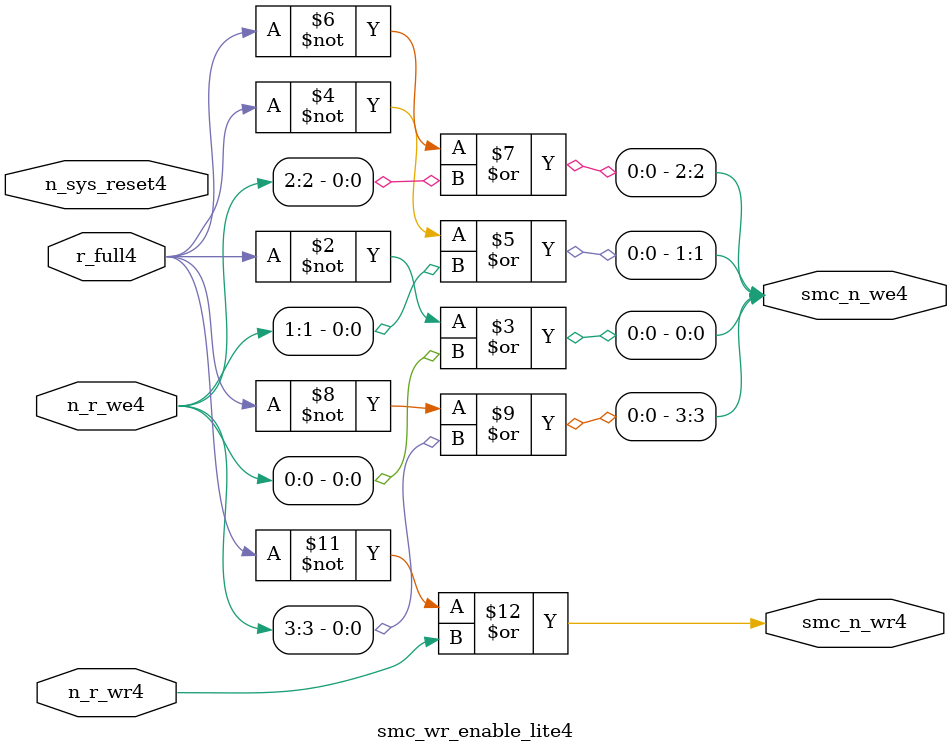
<source format=v>


  module smc_wr_enable_lite4 (

                      //inputs4                      

                      n_sys_reset4,
                      r_full4,
                      n_r_we4,
                      n_r_wr4,

                      //outputs4

                      smc_n_we4,
                      smc_n_wr4);

//I4/O4
   
   input             n_sys_reset4;   //system reset
   input             r_full4;    // Full cycle write strobe4
   input [3:0]       n_r_we4;    //write enable from smc_strobe4
   input             n_r_wr4;    //write strobe4 from smc_strobe4
   output [3:0]      smc_n_we4;  // write enable (active low4)
   output            smc_n_wr4;  // write strobe4 (active low4)
   
   
//output reg declaration4.
   
   reg [3:0]          smc_n_we4;
   reg                smc_n_wr4;

//----------------------------------------------------------------------
// negedge strobes4 with clock4.
//----------------------------------------------------------------------
      

//----------------------------------------------------------------------
      
//--------------------------------------------------------------------
// Gate4 Write strobes4 with clock4.
//--------------------------------------------------------------------

  always @(r_full4 or n_r_we4)
  
  begin
  
     smc_n_we4[0] = ((~r_full4  ) | n_r_we4[0] );

     smc_n_we4[1] = ((~r_full4  ) | n_r_we4[1] );

     smc_n_we4[2] = ((~r_full4  ) | n_r_we4[2] );

     smc_n_we4[3] = ((~r_full4  ) | n_r_we4[3] );

  
  end

//--------------------------------------------------------------------   
//write strobe4 generation4
//--------------------------------------------------------------------   

  always @(n_r_wr4 or r_full4 )
  
     begin
  
        smc_n_wr4 = ((~r_full4 ) | n_r_wr4 );
       
     end

endmodule // smc_wr_enable4


</source>
